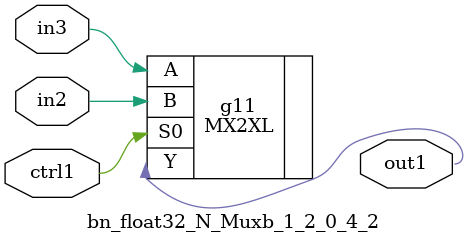
<source format=v>
`timescale 1ps / 1ps


module bn_float32_N_Muxb_1_2_0_4_2(in3, in2, ctrl1, out1);
  input in3, in2, ctrl1;
  output out1;
  wire in3, in2, ctrl1;
  wire out1;
  MX2XL g11(.A (in3), .B (in2), .S0 (ctrl1), .Y (out1));
endmodule



</source>
